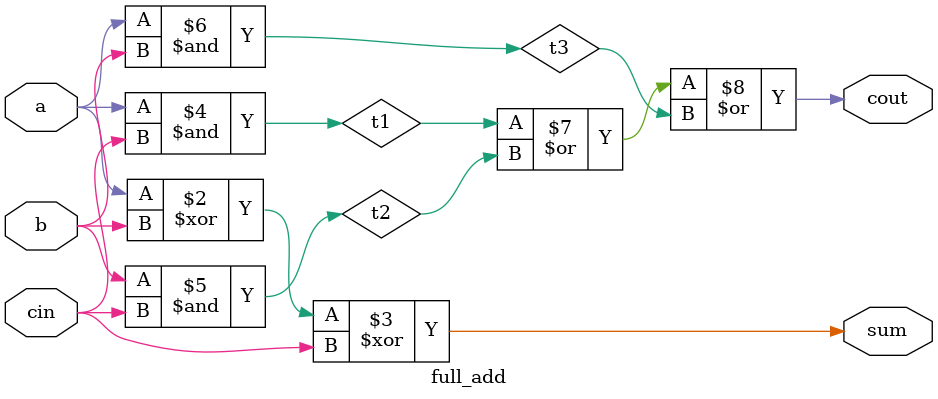
<source format=v>
/****************************************Copyright (c)**************************************************
**                                      Dongdong   Studio 
**                                     
**---------------------------------------File Info-----------------------------------------------------
** File name:			key_debounce
** Last modified Date:	2009-10-18
** Last Version:		1.0
** Descriptions:		key to debounce
**------------------------------------------------------------------------------------------------------
** Created by:		    dongdong
** Created date:		2009-10-18
** Version:				1.0
** Descriptions:		The original version
**
**------------------------------------------------------------------------------------------------------
** Modified by:			
** Modified date:		
** Version:				
** Descriptions:		
**
**------------------------------------------------------------------------------------------------------
********************************************************************************************************/
module full_add( 
					//input 
					a,
					b,
					cin,
				    //output 
					sum,
					cout
                    );

//input ports

input                    a;     
input                    b;    
input                    cin;

//output ports
output                   sum;
output                   cout;
//reg define 
reg                       sum;
reg                       cout;
reg                       t1;
reg                       t2;
reg                       t3;

//wire define 

//parameter define 


/*******************************************************************************************************
**                              Main Program    
**  
********************************************************************************************************/
always @ (*) begin
    sum = (a^b)^cin;
    t1 =  a&cin;
    t2 =  b&cin;
    t3 =  a&b;
    cout = t1 | t2 |t3;
end


endmodule
//end of RTL code                       
</source>
